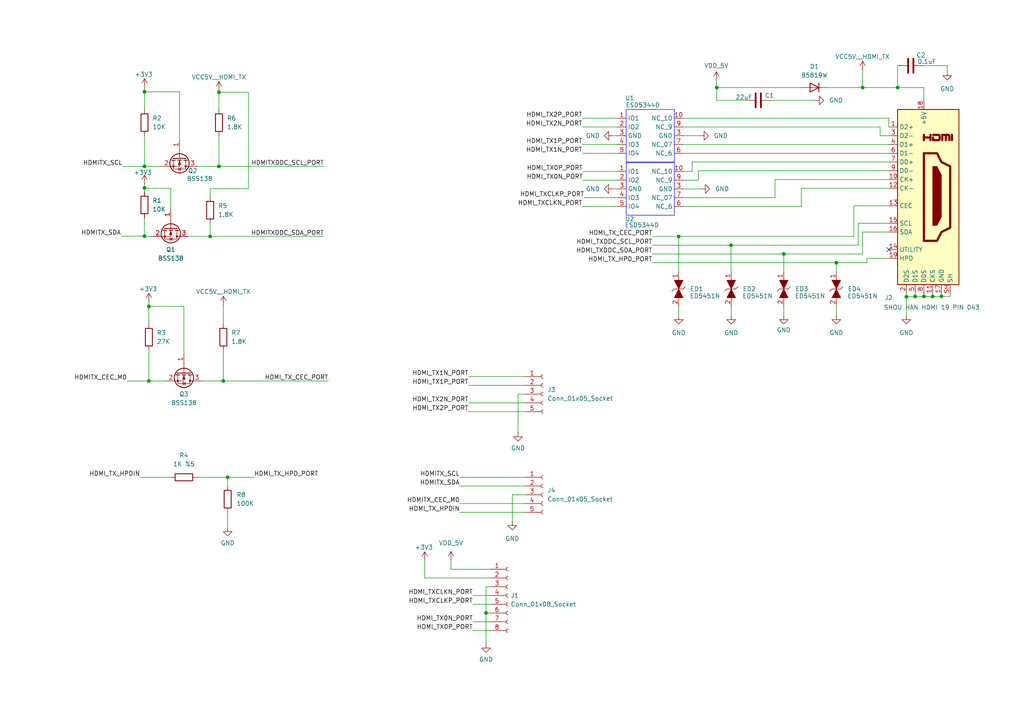
<source format=kicad_sch>
(kicad_sch (version 20230819) (generator eeschema)
  (paper "A4")
  (lib_symbols
    (symbol "Connector:Conn_01x05_Socket" (pin_names (offset 1.016) hide)
      (property "Reference" "J" (at 0 7.62 0))
      (property "Value" "Conn_01x05_Socket" (at 0 -7.62 0))
      (symbol "Conn_01x05_Socket_1_1"
        (arc (start 0 -4.572) (mid -0.5058 -5.08) (end 0 -5.588) (stroke (width 0.1524)))
        (arc (start 0 -2.032) (mid -0.5058 -2.54) (end 0 -3.048) (stroke (width 0.1524)))
        (polyline (pts (xy -1.27 -5.08) (xy -0.508 -5.08)) (stroke (width 0.1524)))
        (polyline (pts (xy -1.27 -2.54) (xy -0.508 -2.54)) (stroke (width 0.1524)))
        (polyline (pts (xy -1.27 0) (xy -0.508 0)) (stroke (width 0.1524)))
        (polyline (pts (xy -1.27 2.54) (xy -0.508 2.54)) (stroke (width 0.1524)))
        (polyline (pts (xy -1.27 5.08) (xy -0.508 5.08)) (stroke (width 0.1524)))
        (arc (start 0 0.508) (mid -0.5058 0) (end 0 -0.508) (stroke (width 0.1524)))
        (arc (start 0 3.048) (mid -0.5058 2.54) (end 0 2.032) (stroke (width 0.1524)))
        (arc (start 0 5.588) (mid -0.5058 5.08) (end 0 4.572) (stroke (width 0.1524)))
        (pin passive line (at -5.08 5.08 0) (length 3.81) (name "Pin_1") (number "1"))
        (pin passive line (at -5.08 2.54 0) (length 3.81) (name "Pin_2") (number "2"))
        (pin passive line (at -5.08 0 0) (length 3.81) (name "Pin_3") (number "3"))
        (pin passive line (at -5.08 -2.54 0) (length 3.81) (name "Pin_4") (number "4"))
        (pin passive line (at -5.08 -5.08 0) (length 3.81) (name "Pin_5") (number "5"))
      )
    )
    (symbol "Connector:Conn_01x08_Socket" (pin_names (offset 1.016) hide)
      (property "Reference" "J" (at 0 10.16 0))
      (property "Value" "Conn_01x08_Socket" (at 0 -12.7 0))
      (symbol "Conn_01x08_Socket_1_1"
        (arc (start 0 -9.652) (mid -0.5058 -10.16) (end 0 -10.668) (stroke (width 0.1524)))
        (arc (start 0 -7.112) (mid -0.5058 -7.62) (end 0 -8.128) (stroke (width 0.1524)))
        (arc (start 0 -4.572) (mid -0.5058 -5.08) (end 0 -5.588) (stroke (width 0.1524)))
        (arc (start 0 -2.032) (mid -0.5058 -2.54) (end 0 -3.048) (stroke (width 0.1524)))
        (polyline (pts (xy -1.27 -10.16) (xy -0.508 -10.16)) (stroke (width 0.1524)))
        (polyline (pts (xy -1.27 -7.62) (xy -0.508 -7.62)) (stroke (width 0.1524)))
        (polyline (pts (xy -1.27 -5.08) (xy -0.508 -5.08)) (stroke (width 0.1524)))
        (polyline (pts (xy -1.27 -2.54) (xy -0.508 -2.54)) (stroke (width 0.1524)))
        (polyline (pts (xy -1.27 0) (xy -0.508 0)) (stroke (width 0.1524)))
        (polyline (pts (xy -1.27 2.54) (xy -0.508 2.54)) (stroke (width 0.1524)))
        (polyline (pts (xy -1.27 5.08) (xy -0.508 5.08)) (stroke (width 0.1524)))
        (polyline (pts (xy -1.27 7.62) (xy -0.508 7.62)) (stroke (width 0.1524)))
        (arc (start 0 0.508) (mid -0.5058 0) (end 0 -0.508) (stroke (width 0.1524)))
        (arc (start 0 3.048) (mid -0.5058 2.54) (end 0 2.032) (stroke (width 0.1524)))
        (arc (start 0 5.588) (mid -0.5058 5.08) (end 0 4.572) (stroke (width 0.1524)))
        (arc (start 0 8.128) (mid -0.5058 7.62) (end 0 7.112) (stroke (width 0.1524)))
        (pin passive line (at -5.08 7.62 0) (length 3.81) (name "Pin_1") (number "1"))
        (pin passive line (at -5.08 5.08 0) (length 3.81) (name "Pin_2") (number "2"))
        (pin passive line (at -5.08 2.54 0) (length 3.81) (name "Pin_3") (number "3"))
        (pin passive line (at -5.08 0 0) (length 3.81) (name "Pin_4") (number "4"))
        (pin passive line (at -5.08 -2.54 0) (length 3.81) (name "Pin_5") (number "5"))
        (pin passive line (at -5.08 -5.08 0) (length 3.81) (name "Pin_6") (number "6"))
        (pin passive line (at -5.08 -7.62 0) (length 3.81) (name "Pin_7") (number "7"))
        (pin passive line (at -5.08 -10.16 0) (length 3.81) (name "Pin_8") (number "8"))
      )
    )
    (symbol "Device:C" (pin_numbers hide) (pin_names (offset 0.254))
      (property "Reference" "C" (at 0.635 2.54 0))
      (property "Value" "C" (at 0.635 -2.54 0))
      (symbol "C_0_1"
        (polyline (pts (xy -2.032 -0.762) (xy 2.032 -0.762)) (stroke (width 0.508)))
        (polyline (pts (xy -2.032 0.762) (xy 2.032 0.762)) (stroke (width 0.508)))
      )
      (symbol "C_1_1"
        (pin passive line (at 0 3.81 270) (length 2.794) (name "~") (number "1"))
        (pin passive line (at 0 -3.81 90) (length 2.794) (name "~") (number "2"))
      )
    )
    (symbol "Device:D" (pin_numbers hide) (pin_names (offset 1.016) hide)
      (property "Reference" "D" (at 0 2.54 0))
      (property "Value" "D" (at 0 -2.54 0))
      (symbol "D_0_1"
        (polyline (pts (xy -1.27 1.27) (xy -1.27 -1.27)) (stroke (width 0.254)))
        (polyline (pts (xy 1.27 0) (xy -1.27 0)))
        (polyline (pts (xy 1.27 1.27) (xy 1.27 -1.27) (xy -1.27 0) (xy 1.27 1.27)) (stroke (width 0.254)))
      )
      (symbol "D_1_1"
        (pin passive line (at -3.81 0 0) (length 2.54) (name "K") (number "1"))
        (pin passive line (at 3.81 0 180) (length 2.54) (name "A") (number "2"))
      )
    )
    (symbol "Device:R" (pin_numbers hide) (pin_names (offset 0))
      (property "Reference" "R" (at 2.032 0 90))
      (property "Value" "R" (at 0 0 90))
      (symbol "R_0_1"
        (rectangle (start -1.016 -2.54) (end 1.016 2.54) (stroke (width 0.254)))
      )
      (symbol "R_1_1"
        (pin passive line (at 0 3.81 270) (length 1.27) (name "~") (number "1"))
        (pin passive line (at 0 -3.81 90) (length 1.27) (name "~") (number "2"))
      )
    )
    (symbol "ESD5344D_1"
      (property "Reference" "U" (at -1.524 17.78 0))
      (symbol "ESD5344D_1_1_1"
        (rectangle (start -2.54 16.51) (end 11.43 1.27) (stroke (width 0) (color 0 0 255 1)))
        (pin passive line (at -5.08 13.97 0) (length 2.54) (name "IO1") (number "1"))
        (pin passive line (at 13.97 13.97 180) (length 2.54) (name "NC_10") (number "10"))
        (pin passive line (at -5.08 11.43 0) (length 2.54) (name "IO2") (number "2"))
        (pin passive line (at -5.08 8.89 0) (length 2.54) (name "GND") (number "3"))
        (pin passive line (at 13.97 8.89 180) (length 2.54) (name "GND") (number "3"))
        (pin passive line (at -5.08 6.35 0) (length 2.54) (name "IO3") (number "4"))
        (pin passive line (at -5.08 3.81 0) (length 2.54) (name "IO4") (number "5"))
        (pin passive line (at 13.97 3.81 180) (length 2.54) (name "NC_6") (number "6"))
        (pin passive line (at 13.97 6.35 180) (length 2.54) (name "NC_07") (number "7"))
        (pin passive line (at 13.97 11.43 180) (length 2.54) (name "NC_9") (number "9"))
      )
    )
    (symbol "HDMI 2.0 TX:ESD5344D"
      (property "Reference" "U" (at -1.524 17.78 0))
      (symbol "ESD5344D_1_1"
        (rectangle (start -2.54 16.51) (end 11.43 1.27) (stroke (width 0) (color 0 0 255 1)))
        (pin passive line (at -5.08 13.97 0) (length 2.54) (name "IO1") (number "1"))
        (pin passive line (at 13.97 13.97 180) (length 2.54) (name "NC_10") (number "10"))
        (pin passive line (at -5.08 11.43 0) (length 2.54) (name "IO2") (number "2"))
        (pin passive line (at -5.08 8.89 0) (length 2.54) (name "GND") (number "3"))
        (pin passive line (at 13.97 8.89 180) (length 2.54) (name "GND") (number "3"))
        (pin passive line (at -5.08 6.35 0) (length 2.54) (name "IO3") (number "4"))
        (pin passive line (at -5.08 3.81 0) (length 2.54) (name "IO4") (number "5"))
        (pin passive line (at 13.97 3.81 180) (length 2.54) (name "NC_6") (number "6"))
        (pin passive line (at 13.97 6.35 180) (length 2.54) (name "NC_07") (number "7"))
        (pin passive line (at 13.97 11.43 180) (length 2.54) (name "NC_9") (number "9"))
      )
    )
    (symbol "HDMI 2.0 TX:ESD5451N"
      (property "Reference" "ED" (at 3.556 6.35 0))
      (symbol "ESD5451N_1_1"
        (polyline (pts (xy -1.27 1.27) (xy 1.27 1.27)) (stroke (width 0) (color 132 0 0 1)) (fill (type color) (color 132 0 0 1)))
        (polyline (pts (xy -1.27 3.81) (xy -1.9684 3.1202)) (stroke (width 0) (color 132 0 0 1)))
        (polyline (pts (xy -1.27 3.81) (xy 1.27 3.81)) (stroke (width 0) (color 132 0 0 1)))
        (polyline (pts (xy -1.27 6.35) (xy 1.27 6.35)) (stroke (width 0) (color 132 0 0 1)) (fill (type color) (color 132 0 0 1)))
        (polyline (pts (xy 1.27 3.81) (xy 1.9343 4.4743)) (stroke (width 0) (color 132 0 0 1)))
        (polyline (pts (xy -1.27 1.27) (xy 0 3.81) (xy 1.27 1.27)) (stroke (width 0) (color 132 0 0 1)) (fill (type color) (color 132 0 0 1)))
        (polyline (pts (xy 1.27 6.35) (xy 0 3.81) (xy -1.27 6.35)) (stroke (width 0) (color 132 0 0 1)) (fill (type color) (color 132 0 0 1)))
        (pin passive line (at 0 8.89 270) (length 2.54) (name "") (number "1"))
        (pin passive line (at 0 -1.27 90) (length 2.54) (name "") (number "2"))
      )
    )
    (symbol "HDMI 2.0 TX:HDMI_TYPE_A"
      (property "Reference" "J" (at -8.382 37.338 0))
      (symbol "HDMI_TYPE_A_0_0"
        (polyline (pts (xy 6.858 26.67) (xy 6.858 28.194)) (stroke (width 0.635)))
        (polyline (pts (xy -1.27 26.67) (xy -1.27 28.194) (xy -1.27 27.432) (xy 0.635 27.432) (xy 0.635 28.194) (xy 0.635 26.67)) (stroke (width 0.635)))
        (polyline (pts (xy 1.397 28.194) (xy 3.048 28.194) (xy 3.302 27.94) (xy 3.302 26.924) (xy 3.048 26.67) (xy 1.397 26.67) (xy 1.397 27.432)) (stroke (width 0.635)))
      )
      (symbol "HDMI_TYPE_A_0_1"
        (rectangle (start -8.89 35.56) (end 8.89 -15.24) (stroke (width 0.254)) (fill (type background)))
        (polyline (pts (xy 1.27 19.05) (xy 2.54 19.05) (xy 3.81 16.51) (xy 3.81 4.445) (xy 2.54 1.905) (xy 1.27 1.905) (xy 1.27 19.05)) (fill (type outline)))
        (polyline (pts (xy 4.064 26.67) (xy 4.064 28.194) (xy 5.08 28.194) (xy 5.08 26.67) (xy 5.08 28.194) (xy 5.842 28.194) (xy 6.096 27.94) (xy 6.096 26.67)) (stroke (width 0.635)))
        (polyline (pts (xy -1.27 22.86) (xy -1.27 -2.54) (xy 2.54 -2.54) (xy 3.81 0) (xy 6.35 1.27) (xy 6.35 19.05) (xy 3.81 20.32) (xy 2.54 22.86) (xy -1.27 22.86)) (stroke (width 0.635)))
      )
      (symbol "HDMI_TYPE_A_1_1"
        (pin passive line (at -11.43 30.48 0) (length 2.54) (name "D2+") (number "1"))
        (pin passive line (at -11.43 15.24 0) (length 2.54) (name "CK+") (number "10"))
        (pin power_in line (at 1.27 -17.78 90) (length 2.54) (name "CKS") (number "11"))
        (pin passive line (at -11.43 12.7 0) (length 2.54) (name "CK-") (number "12"))
        (pin bidirectional line (at -11.43 7.62 0) (length 2.54) (name "CEC") (number "13"))
        (pin passive line (at -11.43 -5.08 0) (length 2.54) (name "UTILITY") (number "14"))
        (pin passive line (at -11.43 2.54 0) (length 2.54) (name "SCL") (number "15"))
        (pin bidirectional line (at -11.43 0 0) (length 2.54) (name "SDA") (number "16"))
        (pin power_in line (at 3.81 -17.78 90) (length 2.54) (name "GND") (number "17"))
        (pin power_in line (at -1.27 38.1 270) (length 2.54) (name "+5V") (number "18"))
        (pin passive line (at -11.43 -7.62 0) (length 2.54) (name "HPD") (number "19"))
        (pin power_in line (at -6.35 -17.78 90) (length 2.54) (name "D2S") (number "2"))
        (pin passive line (at -11.43 27.94 0) (length 2.54) (name "D2-") (number "3"))
        (pin passive line (at -11.43 25.4 0) (length 2.54) (name "D1+") (number "4"))
        (pin power_in line (at -3.81 -17.78 90) (length 2.54) (name "D1S") (number "5"))
        (pin passive line (at -11.43 22.86 0) (length 2.54) (name "D1-") (number "6"))
        (pin passive line (at -11.43 20.32 0) (length 2.54) (name "D0+") (number "7"))
        (pin power_in line (at -1.27 -17.78 90) (length 2.54) (name "D0S") (number "8"))
        (pin passive line (at -11.43 17.78 0) (length 2.54) (name "D0-") (number "9"))
        (pin passive line (at 6.35 -17.78 90) (length 2.54) (name "SH") (number "SH"))
      )
    )
    (symbol "Transistor_FET:BSS138" (pin_names hide)
      (property "Reference" "Q" (at 5.08 1.905 0))
      (property "Value" "BSS138" (at 5.08 0 0))
      (symbol "BSS138_0_1"
        (polyline (pts (xy 0.254 0) (xy -2.54 0)))
        (polyline (pts (xy 0.254 1.905) (xy 0.254 -1.905)) (stroke (width 0.254)))
        (polyline (pts (xy 0.762 -1.27) (xy 0.762 -2.286)) (stroke (width 0.254)))
        (polyline (pts (xy 0.762 0.508) (xy 0.762 -0.508)) (stroke (width 0.254)))
        (polyline (pts (xy 0.762 2.286) (xy 0.762 1.27)) (stroke (width 0.254)))
        (polyline (pts (xy 2.54 2.54) (xy 2.54 1.778)))
        (polyline (pts (xy 2.54 -2.54) (xy 2.54 0) (xy 0.762 0)))
        (polyline (pts (xy 0.762 -1.778) (xy 3.302 -1.778) (xy 3.302 1.778) (xy 0.762 1.778)))
        (polyline (pts (xy 1.016 0) (xy 2.032 0.381) (xy 2.032 -0.381) (xy 1.016 0)) (fill (type outline)))
        (polyline (pts (xy 2.794 0.508) (xy 2.921 0.381) (xy 3.683 0.381) (xy 3.81 0.254)))
        (polyline (pts (xy 3.302 0.381) (xy 2.921 -0.254) (xy 3.683 -0.254) (xy 3.302 0.381)))
        (circle (center 1.651 0) (radius 2.794) (stroke (width 0.254)))
        (circle (center 2.54 -1.778) (radius 0.254) (fill (type outline)))
        (circle (center 2.54 1.778) (radius 0.254) (fill (type outline)))
      )
      (symbol "BSS138_1_1"
        (pin input line (at -5.08 0 0) (length 2.54) (name "G") (number "1"))
        (pin passive line (at 2.54 -5.08 90) (length 2.54) (name "S") (number "2"))
        (pin passive line (at 2.54 5.08 270) (length 2.54) (name "D") (number "3"))
      )
    )
    (symbol "power:+3V3" (power) (pin_names (offset 0))
      (property "Value" "+3V3" (at 0 3.556 0))
      (symbol "+3V3_0_1"
        (polyline (pts (xy -0.762 1.27) (xy 0 2.54)))
        (polyline (pts (xy 0 0) (xy 0 2.54)))
        (polyline (pts (xy 0 2.54) (xy 0.762 1.27)))
      )
      (symbol "+3V3_1_1"
        (pin power_in line (at 0 0 90) (length 0) hide (name "+3V3") (number "1"))
      )
    )
    (symbol "power:GND" (power) (pin_names (offset 0))
      (property "Value" "GND" (at 0 -3.81 0))
      (symbol "GND_0_1"
        (polyline (pts (xy 0 0) (xy 0 -1.27) (xy 1.27 -1.27) (xy 0 -2.54) (xy -1.27 -1.27) (xy 0 -1.27)))
      )
      (symbol "GND_1_1"
        (pin power_in line (at 0 0 270) (length 0) hide (name "GND") (number "1"))
      )
    )
  )
  (junction (at 265.43 85.9871))
  (junction (at 242.57 76.2))
  (junction (at 262.89 86.0833))
  (junction (at 60.96 68.58))
  (junction (at 41.8928 68.4915))
  (junction (at 43.18 88.8629))
  (junction (at 43.18 110.49))
  (junction (at 63.5 26.7646))
  (junction (at 41.91 48.26))
  (junction (at 207.895 25.4))
  (junction (at 267.97 85.9871))
  (junction (at 260.35 25.4))
  (junction (at 41.91 26.6329))
  (junction (at 196.85 68.58))
  (junction (at 140.97 177.8))
  (junction (at 273.05 85.9551))
  (junction (at 41.91 54.4896))
  (junction (at 270.51 85.9871))
  (junction (at 63.5 48.26))
  (junction (at 250.2022 25.4))
  (junction (at 227.33 73.66))
  (junction (at 66.04 138.43))
  (junction (at 64.77 110.49))
  (junction (at 212.0304 71.12))
  (no_connect (at 257.81 72.39))
  (wire (pts (xy 148.59 143.51) (xy 152.4 143.51)))
  (wire (pts (xy 72.0821 26.7646) (xy 72.0821 54.7196)))
  (wire (pts (xy 251.46 76.2) (xy 251.46 74.93)))
  (wire (pts (xy 273.05 85.09) (xy 273.05 85.9551)))
  (wire (pts (xy 52.07 26.6329) (xy 52.07 40.64)))
  (wire (pts (xy 242.57 76.2) (xy 242.57 78.74)))
  (wire (pts (xy 169.076 52.2736) (xy 170.6239 52.2736)))
  (wire (pts (xy 41.91 53.34) (xy 41.91 54.4896)))
  (wire (pts (xy 41.8928 63.2535) (xy 41.8928 68.4915)))
  (wire (pts (xy 198.12 39.37) (xy 202.946 39.37)))
  (wire (pts (xy 53.34 88.8629) (xy 53.34 102.87)))
  (wire (pts (xy 250.2022 25.4) (xy 260.35 25.4)))
  (wire (pts (xy 270.51 85.9871) (xy 267.97 85.9871)))
  (wire (pts (xy 250.19 67.31) (xy 257.81 67.31)))
  (wire (pts (xy 63.5 26.7646) (xy 63.5 26.2364)))
  (wire (pts (xy 198.1438 57.3336) (xy 224.79 57.3336)))
  (wire (pts (xy 257.81 49.53) (xy 202.549 49.53)))
  (wire (pts (xy 64.77 88.4664) (xy 64.77 93.98)))
  (wire (pts (xy 150.2458 121.92) (xy 150.2686 121.92)))
  (wire (pts (xy 267.97 85.09) (xy 267.97 85.9871)))
  (wire (pts (xy 275.59 85.9551) (xy 273.05 85.9551)))
  (wire (pts (xy 200.7454 49.7136) (xy 200.7454 46.99)))
  (wire (pts (xy 49.53 54.61) (xy 41.91 54.61)))
  (wire (pts (xy 267.97 19.05) (xy 274.7307 19.05)))
  (wire (pts (xy 123.19 167.64) (xy 142.24 167.64)))
  (wire (pts (xy 251.46 74.93) (xy 257.81 74.93)))
  (wire (pts (xy 140.97 177.8) (xy 140.97 186.69)))
  (wire (pts (xy 137.16 172.72) (xy 142.24 172.72)))
  (wire (pts (xy 40.64 138.43) (xy 49.53 138.43)))
  (wire (pts (xy 41.8928 54.4896) (xy 41.91 54.4896)))
  (wire (pts (xy 60.96 68.58) (xy 93.98 68.58)))
  (wire (pts (xy 170.6239 52.2536) (xy 179.0938 52.2536)))
  (wire (pts (xy 150.2686 114.3) (xy 150.2686 121.92)))
  (wire (pts (xy 66.04 140.97) (xy 66.04 138.43)))
  (wire (pts (xy 189.23 68.58) (xy 196.85 68.58)))
  (wire (pts (xy 242.57 91.44) (xy 242.57 88.9)))
  (wire (pts (xy 212.0304 78.74) (xy 212.09 78.74)))
  (wire (pts (xy 202.549 49.53) (xy 202.549 52.2536)))
  (wire (pts (xy 242.57 76.2) (xy 251.46 76.2)))
  (wire (pts (xy 63.5 26.2364) (xy 63.5213 26.2364)))
  (wire (pts (xy 169.4475 57.3348) (xy 171.45 57.3348)))
  (wire (pts (xy 232.41 59.8736) (xy 198.1438 59.8736)))
  (wire (pts (xy 257.81 39.37) (xy 255.27 39.37)))
  (wire (pts (xy 64.77 110.49) (xy 95.25 110.49)))
  (wire (pts (xy 179.0938 54.7936) (xy 177.8 54.7936)))
  (wire (pts (xy 170.4444 59.8764) (xy 179.0938 59.8736)))
  (wire (pts (xy 270.51 85.09) (xy 270.51 85.9871)))
  (wire (pts (xy 274.7307 19.05) (xy 274.7307 20.6865)))
  (wire (pts (xy 64.77 101.6) (xy 64.77 110.49)))
  (wire (pts (xy 267.97 85.9871) (xy 265.43 85.9871)))
  (wire (pts (xy 202.549 52.2536) (xy 198.1438 52.2536)))
  (wire (pts (xy 35.56 48.26) (xy 41.91 48.26)))
  (wire (pts (xy 43.18 88.8629) (xy 43.18 93.98)))
  (wire (pts (xy 41.8928 68.4915) (xy 41.8928 68.58)))
  (wire (pts (xy 250.2022 25.4) (xy 250.2022 20.32)))
  (wire (pts (xy 168.91 59.8764) (xy 170.4444 59.8764)))
  (wire (pts (xy 275.59 85.09) (xy 275.59 85.9551)))
  (wire (pts (xy 267.97 25.4) (xy 267.97 29.21)))
  (wire (pts (xy 142.24 177.8) (xy 140.97 177.8)))
  (wire (pts (xy 257.81 34.29) (xy 257.81 36.83)))
  (wire (pts (xy 227.33 91.44) (xy 227.33 88.9)))
  (wire (pts (xy 142.24 170.18) (xy 140.97 170.18)))
  (wire (pts (xy 135.89 111.76) (xy 152.4 111.76)))
  (wire (pts (xy 168.91 44.45) (xy 179.07 44.45)))
  (wire (pts (xy 123.19 162.56) (xy 123.19 167.64)))
  (wire (pts (xy 60.96 54.7196) (xy 60.96 57.15)))
  (wire (pts (xy 207.895 29.1062) (xy 216.1194 29.1062)))
  (wire (pts (xy 207.772 23.368) (xy 207.772 25.4)))
  (wire (pts (xy 260.35 25.4) (xy 267.97 25.4)))
  (wire (pts (xy 177.8 39.37) (xy 179.07 39.37)))
  (wire (pts (xy 63.5 48.26) (xy 93.98 48.26)))
  (wire (pts (xy 133.35 138.43) (xy 152.4 138.43)))
  (wire (pts (xy 168.91 41.91) (xy 179.07 41.91)))
  (wire (pts (xy 41.91 39.37) (xy 41.91 48.26)))
  (wire (pts (xy 64.77 88.4664) (xy 64.7913 88.4664)))
  (wire (pts (xy 41.8928 55.6335) (xy 41.8928 54.4896)))
  (wire (pts (xy 57.15 48.26) (xy 63.5 48.26)))
  (wire (pts (xy 262.89 86.0833) (xy 262.89 85.09)))
  (wire (pts (xy 198.12 34.29) (xy 257.81 34.29)))
  (wire (pts (xy 196.85 68.58) (xy 247.65 68.58)))
  (wire (pts (xy 196.85 91.44) (xy 196.85 88.9)))
  (wire (pts (xy 63.5 26.7646) (xy 72.0821 26.7646)))
  (wire (pts (xy 63.5 39.37) (xy 63.5 48.26)))
  (wire (pts (xy 41.91 25.4) (xy 41.91 26.6329)))
  (wire (pts (xy 260.35 25.4) (xy 260.35 19.05)))
  (wire (pts (xy 227.33 73.66) (xy 250.19 73.66)))
  (wire (pts (xy 58.42 110.49) (xy 64.77 110.49)))
  (wire (pts (xy 255.27 39.37) (xy 255.27 36.83)))
  (wire (pts (xy 198.12 41.91) (xy 257.81 41.91)))
  (wire (pts (xy 168.91 36.83) (xy 179.07 36.83)))
  (wire (pts (xy 171.45 57.3336) (xy 179.0938 57.3336)))
  (wire (pts (xy 189.23 76.2) (xy 242.57 76.2)))
  (wire (pts (xy 189.23 73.66) (xy 227.33 73.66)))
  (wire (pts (xy 273.05 85.9551) (xy 273.05 85.9871)))
  (wire (pts (xy 137.16 175.26) (xy 142.24 175.26)))
  (wire (pts (xy 41.8928 68.58) (xy 44.45 68.58)))
  (wire (pts (xy 168.91 34.29) (xy 179.07 34.29)))
  (wire (pts (xy 170.6239 52.2736) (xy 170.6239 52.2536)))
  (wire (pts (xy 212.0304 71.12) (xy 212.0304 78.74)))
  (wire (pts (xy 207.895 25.4) (xy 207.895 29.1062)))
  (wire (pts (xy 207.772 25.4) (xy 207.895 25.4)))
  (wire (pts (xy 224.79 57.3336) (xy 224.79 52.07)))
  (wire (pts (xy 130.81 162.56) (xy 130.81 165.1)))
  (wire (pts (xy 72.0821 54.7196) (xy 60.96 54.7196)))
  (wire (pts (xy 54.61 68.58) (xy 60.96 68.58)))
  (wire (pts (xy 66.04 138.43) (xy 57.15 138.43)))
  (wire (pts (xy 137.16 182.88) (xy 142.24 182.88)))
  (wire (pts (xy 137.16 180.34) (xy 142.24 180.34)))
  (wire (pts (xy 43.18 101.6) (xy 43.18 110.49)))
  (wire (pts (xy 41.8928 68.4915) (xy 35.0998 68.4915)))
  (wire (pts (xy 43.18 110.49) (xy 48.26 110.49)))
  (wire (pts (xy 247.65 59.69) (xy 257.81 59.69)))
  (wire (pts (xy 200.7454 46.99) (xy 257.81 46.99)))
  (wire (pts (xy 169.0546 49.7136) (xy 179.0938 49.7136)))
  (wire (pts (xy 212.09 91.44) (xy 212.09 88.9)))
  (wire (pts (xy 250.2022 20.32) (xy 250.19 20.32)))
  (wire (pts (xy 133.35 140.97) (xy 152.4 140.97)))
  (wire (pts (xy 66.04 138.43) (xy 73.66 138.43)))
  (wire (pts (xy 189.23 71.12) (xy 212.0304 71.12)))
  (wire (pts (xy 212.0304 71.12) (xy 248.92 71.12)))
  (wire (pts (xy 265.43 85.09) (xy 265.43 85.9871)))
  (wire (pts (xy 248.92 71.12) (xy 248.92 64.77)))
  (wire (pts (xy 223.7394 29.1062) (xy 236.3738 29.1062)))
  (wire (pts (xy 41.91 26.6329) (xy 41.91 31.75)))
  (wire (pts (xy 262.89 91.44) (xy 262.89 86.0833)))
  (wire (pts (xy 60.96 64.77) (xy 60.96 68.58)))
  (wire (pts (xy 255.27 36.83) (xy 198.12 36.83)))
  (wire (pts (xy 198.1438 49.7136) (xy 200.7454 49.7136)))
  (wire (pts (xy 232.41 54.61) (xy 232.41 59.8736)))
  (wire (pts (xy 41.91 54.4896) (xy 41.91 54.61)))
  (wire (pts (xy 247.65 68.58) (xy 247.65 59.69)))
  (wire (pts (xy 142.24 165.1) (xy 130.81 165.1)))
  (wire (pts (xy 150.2458 121.92) (xy 150.2458 125.3966)))
  (wire (pts (xy 224.79 52.07) (xy 257.81 52.07)))
  (wire (pts (xy 43.18 87.63) (xy 43.18 88.8629)))
  (wire (pts (xy 135.89 109.22) (xy 152.4 109.22)))
  (wire (pts (xy 171.45 57.3348) (xy 171.45 57.3336)))
  (wire (pts (xy 63.5 31.75) (xy 63.5 26.7646)))
  (wire (pts (xy 135.89 116.84) (xy 152.4 116.84)))
  (wire (pts (xy 273.05 85.9871) (xy 270.51 85.9871)))
  (wire (pts (xy 41.91 48.26) (xy 46.99 48.26)))
  (wire (pts (xy 140.97 170.18) (xy 140.97 177.8)))
  (wire (pts (xy 198.1438 54.7936) (xy 203.3156 54.7936)))
  (wire (pts (xy 250.19 73.66) (xy 250.19 67.31)))
  (wire (pts (xy 133.35 148.59) (xy 152.4 148.59)))
  (wire (pts (xy 41.91 26.6329) (xy 52.07 26.6329)))
  (wire (pts (xy 240.03 25.4) (xy 250.2022 25.4)))
  (wire (pts (xy 207.895 25.4) (xy 232.41 25.4)))
  (wire (pts (xy 265.43 85.9871) (xy 265.43 86.0833)))
  (wire (pts (xy 257.81 54.61) (xy 232.41 54.61)))
  (wire (pts (xy 148.59 143.51) (xy 148.59 151.13)))
  (wire (pts (xy 43.18 88.8629) (xy 53.34 88.8629)))
  (wire (pts (xy 265.43 86.0833) (xy 262.89 86.0833)))
  (wire (pts (xy 133.35 146.05) (xy 152.4 146.05)))
  (wire (pts (xy 66.04 148.59) (xy 66.04 152.908)))
  (wire (pts (xy 227.33 73.66) (xy 227.33 78.74)))
  (wire (pts (xy 196.85 68.58) (xy 196.85 78.74)))
  (wire (pts (xy 36.83 110.49) (xy 43.18 110.49)))
  (wire (pts (xy 135.89 119.38) (xy 152.4 119.38)))
  (wire (pts (xy 198.12 44.45) (xy 257.81 44.45)))
  (wire (pts (xy 152.4 114.3) (xy 150.2686 114.3)))
  (wire (pts (xy 49.53 54.61) (xy 49.53 60.96)))
  (wire (pts (xy 248.92 64.77) (xy 257.81 64.77)))
  (label "HDMITX_CEC_M0" (at 133.35 146.05 180))
  (label "HDMITXDDC_SDA_PORT" (at 93.98 68.58 180))
  (label "HDMITX_CEC_M0" (at 36.83 110.49 180))
  (label "HDMI_TX_HPD_PORT" (at 73.66 138.43 0))
  (label "HDMI_TX0N_PORT" (at 169.076 52.2736 180))
  (label "HDMI_TXCLKP_PORT" (at 137.16 175.26 180))
  (label "HDMI_TXDDC_SDA_PORT" (at 189.23 73.66 180))
  (label "HDMI_TX_HPD_PORT" (at 189.23 76.2 180))
  (label "HDMI_TX0P_PORT" (at 137.16 182.88 180))
  (label "HDMI_TX_HPDIN" (at 133.35 148.59 180))
  (label "HDMITX_SCL" (at 35.56 48.26 180))
  (label "HDMITX_SDA" (at 35.0998 68.4915 180))
  (label "HDMI_TX0N_PORT" (at 137.16 180.34 180))
  (label "HDMI_TX1P_PORT" (at 135.89 111.76 180))
  (label "HDMI_TX1N_PORT" (at 168.91 44.45 180))
  (label "HDMI_TX_CEC_PORT" (at 95.25 110.49 180))
  (label "HDMI_TX_CEC_PORT" (at 189.23 68.58 180))
  (label "HDMI_TXCLKN_PORT" (at 137.16 172.72 180))
  (label "HDMI_TX_HPDIN" (at 40.64 138.43 180))
  (label "HDMITXDDC_SCL_PORT" (at 93.98 48.26 180))
  (label "HDMI_TX2N_PORT" (at 168.91 36.83 180))
  (label "HDMITX_SCL" (at 133.35 138.43 180))
  (label "HDMI_TX2P_PORT" (at 168.91 34.29 180))
  (label "HDMI_TXCLKN_PORT" (at 168.91 59.8764 180))
  (label "HDMI_TX2N_PORT" (at 135.89 116.84 180))
  (label "HDMI_TXDDC_SCL_PORT" (at 189.23 71.12 180))
  (label "HDMI_TXCLKP_PORT" (at 169.4475 57.3348 180))
  (label "HDMITX_SDA" (at 133.35 140.97 180))
  (label "HDMI_TX2P_PORT" (at 135.89 119.38 180))
  (label "HDMI_TX1P_PORT" (at 168.91 41.91 180))
  (label "HDMI_TX1N_PORT" (at 135.89 109.22 180))
  (label "HDMI_TX0P_PORT" (at 169.0546 49.7136 180))
  (symbol (lib_id "power:GND") (at 242.57 91.44 0) (unit 1)
    (property "Reference" "#PWR016" (effects hide))
    (property "Value" "GND" (at 242.57 96.52 0))
    (property "Description" "Power symbol creates a global label with name \"GND\" , ground" (effects hide))
  )
  (symbol (lib_id "power:GND") (at 140.97 186.69 0) (unit 1)
    (property "Reference" "#PWR023" (effects hide))
    (property "Value" "GND" (at 140.97 191.262 0))
    (property "Description" "Power symbol creates a global label with name \"GND\" , ground" (effects hide))
  )
  (symbol (lib_id "power:GND") (at 274.7307 20.6865 0) (unit 1)
    (property "Reference" "#PWR017" (effects hide))
    (property "Value" "GND" (at 274.7307 25.7665 0))
    (property "Description" "Power symbol creates a global label with name \"GND\" , ground" (effects hide))
  )
  (symbol (lib_id "power:GND") (at 236.3738 29.1062 90) (unit 1)
    (property "Reference" "#PWR012" (effects hide))
    (property "Value" "GND" (at 240.4378 29.1061 90) (effects (justify right)))
    (property "Description" "Power symbol creates a global label with name \"GND\" , ground" (effects hide))
  )
  (symbol (lib_id "power:GND") (at 262.89 91.44 0) (unit 1)
    (property "Reference" "#PWR018" (effects hide))
    (property "Value" "GND" (at 262.89 96.52 0))
    (property "Description" "Power symbol creates a global label with name \"GND\" , ground" (effects hide))
  )
  (symbol (lib_id "power:GND") (at 177.8 54.7936 270) (unit 1)
    (property "Reference" "#PWR010" (effects hide))
    (property "Value" "GND" (at 173.99 54.7935 90) (effects (justify right)))
    (property "Description" "Power symbol creates a global label with name \"GND\" , ground" (effects hide))
  )
  (symbol (lib_id "power:+3V3") (at 64.7913 88.4664 0) (unit 1)
    (property "Reference" "#PWR05" (effects hide))
    (property "Value" "VCC5V__HDMI_TX" (at 64.77 84.582 0))
    (property "Description" "Power symbol creates a global label with name \"+3V3\"" (effects hide))
  )
  (symbol (lib_id "HDMI 2.0 TX:ESD5451N") (at 196.85 87.63 0) (unit 1)
    (property "Reference" "ED1" (at 200.152 83.8199 0) (effects (justify left)))
    (property "Value" "ED5451N" (at 204.47 85.852 0))
    (property "Footprint" "HDMI 2.0 TX:ESD5451N" (effects hide))
  )
  (symbol (lib_id "power:GND") (at 66.04 152.908 0) (unit 1)
    (property "Reference" "#PWR06" (effects hide))
    (property "Value" "GND" (at 66.04 157.48 0))
    (property "Description" "Power symbol creates a global label with name \"GND\" , ground" (effects hide))
  )
  (symbol (lib_id "Connector:Conn_01x05_Socket") (at 157.48 114.3 0) (unit 1)
    (property "Reference" "J3" (at 158.75 113.0299 0) (effects (justify left)))
    (property "Value" "Conn_01x05_Socket" (at 158.75 115.5699 0) (effects (justify left)))
    (property "Footprint" "HDMI 2.0 TX:Castelled 5" (effects hide))
    (property "Description" "Generic connector, single row, 01x05, script generated" (effects hide))
  )
  (symbol (lib_id "power:+3V3") (at 41.91 25.4 0) (unit 1)
    (property "Reference" "#PWR01" (effects hide))
    (property "Value" "+3V3" (at 41.656 21.59 0))
    (property "Description" "Power symbol creates a global label with name \"+3V3\"" (effects hide))
  )
  (symbol (lib_id "Device:D") (at 236.22 25.4 180) (unit 1)
    (property "Reference" "D1" (at 236.22 19.304 0))
    (property "Value" "B5819W" (at 236.22 21.844 0))
    (property "Footprint" "HDMI 2.0 TX:B5819W" (effects hide))
    (property "Description" "Diode" (effects hide))
    (property "Sim.Device" "D" (effects hide))
    (property "Sim.Pins" "1=K 2=A" (effects hide))
  )
  (symbol (lib_id "HDMI 2.0 TX:ESD5451N") (at 227.33 87.63 0) (unit 1)
    (property "Reference" "ED3" (at 230.632 83.8199 0) (effects (justify left)))
    (property "Value" "ED5451N" (at 234.95 85.852 0))
    (property "Footprint" "HDMI 2.0 TX:ESD5451N" (effects hide))
  )
  (symbol (lib_id "power:GND") (at 150.2458 125.3966 0) (unit 1)
    (property "Reference" "#PWR021" (effects hide))
    (property "Value" "GND" (at 150.2458 129.9686 0))
    (property "Description" "Power symbol creates a global label with name \"GND\" , ground" (effects hide))
  )
  (symbol (lib_id "power:+3V3") (at 63.5213 26.2364 0) (unit 1)
    (property "Reference" "#PWR02" (effects hide))
    (property "Value" "VCC5V__HDMI_TX" (at 63.5 22.352 0))
    (property "Description" "Power symbol creates a global label with name \"+3V3\"" (effects hide))
  )
  (symbol (lib_id "power:GND") (at 177.8 39.37 270) (unit 1)
    (property "Reference" "#PWR08" (effects hide))
    (property "Value" "GND" (at 173.99 39.3699 90) (effects (justify right)))
    (property "Description" "Power symbol creates a global label with name \"GND\" , ground" (effects hide))
  )
  (symbol (lib_id "Transistor_FET:BSS138") (at 53.34 107.95 270) (unit 1)
    (property "Reference" "Q3" (at 53.34 114.3 90))
    (property "Value" "BSS138" (at 53.34 116.84 90))
    (property "Footprint" "Package_TO_SOT_SMD:SOT-23" (effects hide))
    (property "Datasheet" "https://www.onsemi.com/pub/Collateral/BSS138-D.PDF" (effects hide))
    (property "Description" "50V Vds, 0.22A Id, N-Channel MOSFET, SOT-23" (effects hide))
  )
  (symbol (lib_id "HDMI 2.0 TX:ESD5451N") (at 212.09 87.63 0) (unit 1)
    (property "Reference" "ED2" (at 215.392 83.8199 0) (effects (justify left)))
    (property "Value" "ED5451N" (at 219.71 85.852 0))
    (property "Footprint" "HDMI 2.0 TX:ESD5451N" (effects hide))
  )
  (symbol (lib_id "power:GND") (at 203.3156 54.7936 90) (unit 1)
    (property "Reference" "#PWR09" (effects hide))
    (property "Value" "GND" (at 207.3796 54.7935 90) (effects (justify right)))
    (property "Description" "Power symbol creates a global label with name \"GND\" , ground" (effects hide))
  )
  (symbol (lib_id "power:GND") (at 148.59 151.13 0) (unit 1)
    (property "Reference" "#PWR019" (effects hide))
    (property "Value" "GND" (at 148.59 156.21 0))
    (property "Description" "Power symbol creates a global label with name \"GND\" , ground" (effects hide))
  )
  (symbol (lib_id "power:+3V3") (at 43.18 87.63 0) (unit 1)
    (property "Reference" "#PWR04" (effects hide))
    (property "Value" "+3V3" (at 42.926 83.82 0))
    (property "Description" "Power symbol creates a global label with name \"+3V3\"" (effects hide))
  )
  (symbol (lib_id "Connector:Conn_01x08_Socket") (at 147.32 172.72 0) (unit 1)
    (property "Reference" "J1" (at 148.082 172.7199 0) (effects (justify left)))
    (property "Value" "Conn_01x08_Socket" (at 148.082 175.2599 0) (effects (justify left)))
    (property "Footprint" "HDMI 2.0 TX:castelled 8" (effects hide))
    (property "Description" "Generic connector, single row, 01x08, script generated" (effects hide))
  )
  (symbol (lib_id "power:+3V3") (at 123.19 162.56 0) (unit 1)
    (property "Reference" "#PWR024" (effects hide))
    (property "Value" "+3V3" (at 122.936 158.75 0))
    (property "Description" "Power symbol creates a global label with name \"+3V3\"" (effects hide))
  )
  (symbol (lib_id "Device:R") (at 63.5 35.56 0) (unit 1)
    (property "Reference" "R6" (at 65.786 34.2899 0) (effects (justify left)))
    (property "Value" "1.8K" (at 65.786 36.8299 0) (effects (justify left)))
    (property "Footprint" "Resistor_SMD:R_0402_1005Metric" (effects hide))
    (property "Description" "Resistor" (effects hide))
  )
  (symbol (lib_name "ESD5344D_1") (lib_id "HDMI 2.0 TX:ESD5344D") (at 184.1738 63.6836 0) (unit 1)
    (property "Reference" "U2" (at 182.626 63.5 0))
    (property "Value" "ESD5344D" (at 186.182 65.278 0))
    (property "Footprint" "HDMI 2.0 TX:ESD5344D" (effects hide))
  )
  (symbol (lib_id "power:+3V3") (at 130.81 162.56 0) (unit 1)
    (property "Reference" "#PWR025" (effects hide))
    (property "Value" "VDD_5V" (at 130.81 157.48 0))
    (property "Description" "Power symbol creates a global label with name \"+3V3\"" (effects hide))
  )
  (symbol (lib_id "power:+3V3") (at 250.19 20.32 0) (unit 1)
    (property "Reference" "#PWR022" (effects hide))
    (property "Value" "VCC5V__HDMI_TX" (at 250.1687 16.4356 0))
    (property "Description" "Power symbol creates a global label with name \"+3V3\"" (effects hide))
  )
  (symbol (lib_id "HDMI 2.0 TX:ESD5451N") (at 242.57 87.63 0) (unit 1)
    (property "Reference" "ED4" (at 245.872 83.8199 0) (effects (justify left)))
    (property "Value" "ED5451N" (at 250.19 85.852 0))
    (property "Footprint" "HDMI 2.0 TX:ESD5451N" (effects hide))
  )
  (symbol (lib_id "Device:R") (at 41.8928 59.4435 0) (unit 1)
    (property "Reference" "R1" (at 44.1788 58.1734 0) (effects (justify left)))
    (property "Value" "10K" (at 44.1788 60.7134 0) (effects (justify left)))
    (property "Footprint" "Resistor_SMD:R_0402_1005Metric" (effects hide))
    (property "Description" "Resistor" (effects hide))
  )
  (symbol (lib_id "Transistor_FET:BSS138") (at 49.53 66.04 270) (unit 1)
    (property "Reference" "Q1" (at 49.53 72.39 90))
    (property "Value" "BSS138" (at 49.53 74.93 90))
    (property "Footprint" "Package_TO_SOT_SMD:SOT-23" (effects hide))
    (property "Datasheet" "https://www.onsemi.com/pub/Collateral/BSS138-D.PDF" (effects hide))
    (property "Description" "50V Vds, 0.22A Id, N-Channel MOSFET, SOT-23" (effects hide))
  )
  (symbol (lib_id "power:GND") (at 227.33 91.44 0) (unit 1)
    (property "Reference" "#PWR015" (effects hide))
    (property "Value" "GND" (at 227.33 95.7278 0))
    (property "Description" "Power symbol creates a global label with name \"GND\" , ground" (effects hide))
  )
  (symbol (lib_id "Device:R") (at 64.77 97.79 0) (unit 1)
    (property "Reference" "R7" (at 67.056 96.5199 0) (effects (justify left)))
    (property "Value" "1.8K" (at 67.056 99.0599 0) (effects (justify left)))
    (property "Footprint" "Resistor_SMD:R_0402_1005Metric" (effects hide))
    (property "Description" "Resistor" (effects hide))
  )
  (symbol (lib_id "power:GND") (at 212.09 91.44 0) (unit 1)
    (property "Reference" "#PWR014" (effects hide))
    (property "Value" "GND" (at 212.09 96.52 0))
    (property "Description" "Power symbol creates a global label with name \"GND\" , ground" (effects hide))
  )
  (symbol (lib_id "Device:C") (at 219.9294 29.1062 90) (unit 1)
    (property "Reference" "C1" (at 224.536 27.686 90) (effects (justify left)))
    (property "Value" "22uF" (at 218.186 28.194 90) (effects (justify left)))
    (property "Footprint" "Capacitor_SMD:C_0402_1005Metric" (effects hide))
    (property "Description" "Unpolarized capacitor" (effects hide))
  )
  (symbol (lib_id "power:GND") (at 202.946 39.37 90) (unit 1)
    (property "Reference" "#PWR07" (effects hide))
    (property "Value" "GND" (at 207.01 39.3699 90) (effects (justify right)))
    (property "Description" "Power symbol creates a global label with name \"GND\" , ground" (effects hide))
  )
  (symbol (lib_id "power:+3V3") (at 207.772 23.368 0) (unit 1)
    (property "Reference" "#PWR011" (effects hide))
    (property "Value" "VDD_5V" (at 207.772 19.05 0))
    (property "Description" "Power symbol creates a global label with name \"+3V3\"" (effects hide))
  )
  (symbol (lib_id "HDMI 2.0 TX:HDMI_TYPE_A") (at 269.24 67.31 0) (unit 1)
    (property "Reference" "J2" (at 256.54 86.36 0) (effects (justify left)))
    (property "Value" "SHOU HAN HDMI 19 PIN 043" (at 270.256 89.154 0))
    (property "Footprint" "HDMI 2.0 TX:HDMI 19PIN" (effects hide))
  )
  (symbol (lib_id "Device:C") (at 264.16 19.05 90) (unit 1)
    (property "Reference" "C2" (at 268.478 16.002 90) (effects (justify left)))
    (property "Value" "0.1uF" (at 271.5606 17.8838 90) (effects (justify left)))
    (property "Footprint" "Capacitor_SMD:C_0402_1005Metric" (effects hide))
    (property "Description" "Unpolarized capacitor" (effects hide))
  )
  (symbol (lib_id "Device:R") (at 41.91 35.56 0) (unit 1)
    (property "Reference" "R2" (at 44.196 34.2899 0) (effects (justify left)))
    (property "Value" "10K" (at 44.196 36.8299 0) (effects (justify left)))
    (property "Footprint" "Resistor_SMD:R_0402_1005Metric" (effects hide))
    (property "Description" "Resistor" (effects hide))
  )
  (symbol (lib_id "power:GND") (at 196.85 91.44 0) (unit 1)
    (property "Reference" "#PWR013" (effects hide))
    (property "Value" "GND" (at 196.85 96.52 0))
    (property "Description" "Power symbol creates a global label with name \"GND\" , ground" (effects hide))
  )
  (symbol (lib_id "Connector:Conn_01x05_Socket") (at 157.48 143.51 0) (unit 1)
    (property "Reference" "J4" (at 158.75 142.2399 0) (effects (justify left)))
    (property "Value" "Conn_01x05_Socket" (at 158.75 144.7799 0) (effects (justify left)))
    (property "Footprint" "HDMI 2.0 TX:Castelled 5" (effects hide))
    (property "Description" "Generic connector, single row, 01x05, script generated" (effects hide))
  )
  (symbol (lib_id "Device:R") (at 60.96 60.96 0) (unit 1)
    (property "Reference" "R5" (at 63.246 59.6899 0) (effects (justify left)))
    (property "Value" "1.8K" (at 63.246 62.2299 0) (effects (justify left)))
    (property "Footprint" "Resistor_SMD:R_0402_1005Metric" (effects hide))
    (property "Description" "Resistor" (effects hide))
  )
  (symbol (lib_id "Device:R") (at 53.34 138.43 90) (unit 1)
    (property "Reference" "R4" (at 53.34 132.08 90))
    (property "Value" "1K %5" (at 53.34 134.62 90))
    (property "Footprint" "Resistor_SMD:R_0402_1005Metric" (effects hide))
    (property "Description" "Resistor" (effects hide))
  )
  (symbol (lib_id "power:+3V3") (at 41.91 53.34 0) (unit 1)
    (property "Reference" "#PWR03" (effects hide))
    (property "Value" "+3V3" (at 41.402 50.038 0))
    (property "Description" "Power symbol creates a global label with name \"+3V3\"" (effects hide))
  )
  (symbol (lib_id "HDMI 2.0 TX:ESD5344D") (at 184.15 48.26 0) (unit 1)
    (property "Reference" "U1" (at 182.626 28.448 0))
    (property "Value" "ESD5344D" (at 186.436 30.48 0))
    (property "Footprint" "HDMI 2.0 TX:ESD5344D" (effects hide))
  )
  (symbol (lib_id "Device:R") (at 66.04 144.78 180) (unit 1)
    (property "Reference" "R8" (at 68.58 143.5099 0) (effects (justify right)))
    (property "Value" "100K" (at 68.58 146.0499 0) (effects (justify right)))
    (property "Footprint" "Resistor_SMD:R_0402_1005Metric" (effects hide))
    (property "Description" "Resistor" (effects hide))
  )
  (symbol (lib_id "Device:R") (at 43.18 97.79 0) (unit 1)
    (property "Reference" "R3" (at 45.466 96.5199 0) (effects (justify left)))
    (property "Value" "27K" (at 45.466 99.0599 0) (effects (justify left)))
    (property "Footprint" "Resistor_SMD:R_0402_1005Metric" (effects hide))
    (property "Description" "Resistor" (effects hide))
  )
  (symbol (lib_id "Transistor_FET:BSS138") (at 52.07 45.72 270) (unit 1)
    (property "Reference" "Q2" (at 55.88 49.53 90))
    (property "Value" "BSS138" (at 57.912 51.816 90))
    (property "Footprint" "Package_TO_SOT_SMD:SOT-23" (effects hide))
    (property "Datasheet" "https://www.onsemi.com/pub/Collateral/BSS138-D.PDF" (effects hide))
    (property "Description" "50V Vds, 0.22A Id, N-Channel MOSFET, SOT-23" (effects hide))
  )
)
</source>
